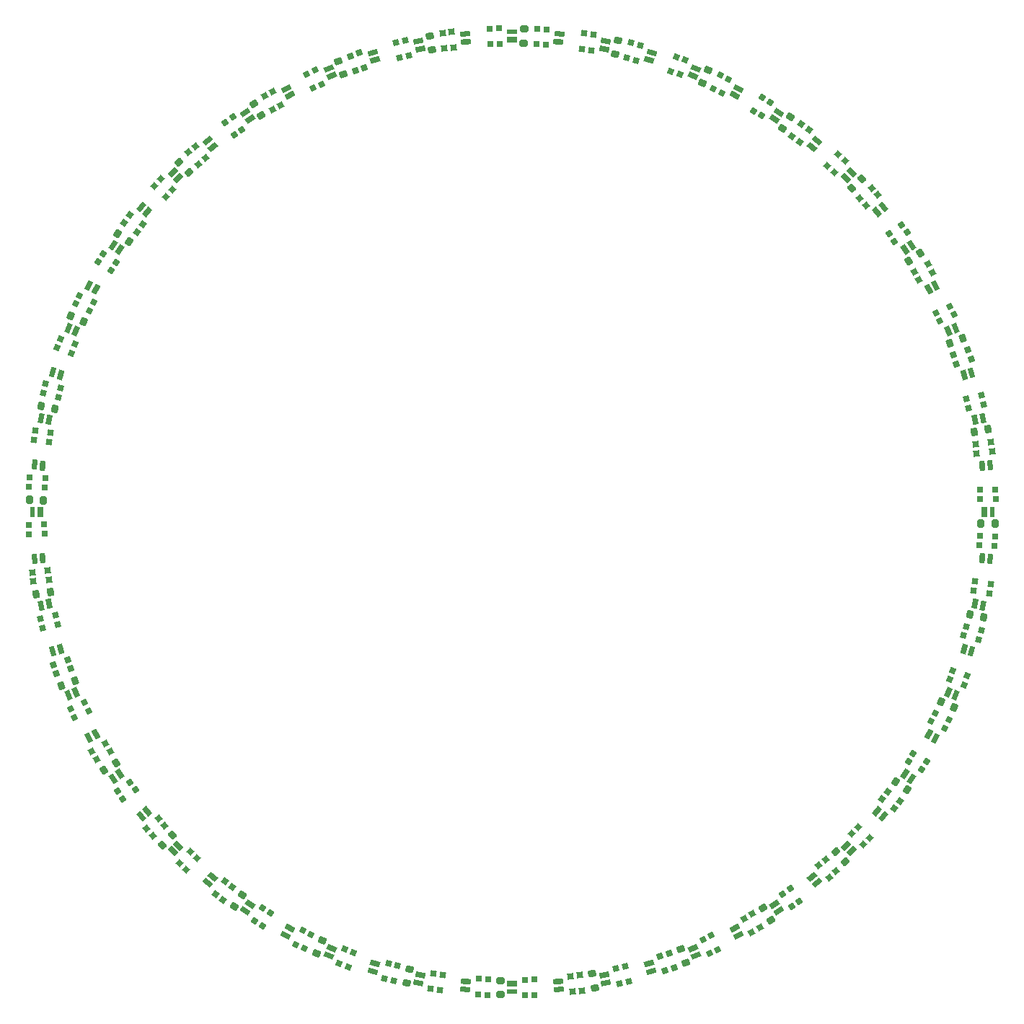
<source format=gbr>
%TF.GenerationSoftware,KiCad,Pcbnew,7.0.11*%
%TF.CreationDate,2025-01-20T01:48:30+09:00*%
%TF.ProjectId,Line,4c696e65-2e6b-4696-9361-645f70636258,rev?*%
%TF.SameCoordinates,Original*%
%TF.FileFunction,Paste,Bot*%
%TF.FilePolarity,Positive*%
%FSLAX46Y46*%
G04 Gerber Fmt 4.6, Leading zero omitted, Abs format (unit mm)*
G04 Created by KiCad (PCBNEW 7.0.11) date 2025-01-20 01:48:30*
%MOMM*%
%LPD*%
G01*
G04 APERTURE LIST*
G04 Aperture macros list*
%AMRoundRect*
0 Rectangle with rounded corners*
0 $1 Rounding radius*
0 $2 $3 $4 $5 $6 $7 $8 $9 X,Y pos of 4 corners*
0 Add a 4 corners polygon primitive as box body*
4,1,4,$2,$3,$4,$5,$6,$7,$8,$9,$2,$3,0*
0 Add four circle primitives for the rounded corners*
1,1,$1+$1,$2,$3*
1,1,$1+$1,$4,$5*
1,1,$1+$1,$6,$7*
1,1,$1+$1,$8,$9*
0 Add four rect primitives between the rounded corners*
20,1,$1+$1,$2,$3,$4,$5,0*
20,1,$1+$1,$4,$5,$6,$7,0*
20,1,$1+$1,$6,$7,$8,$9,0*
20,1,$1+$1,$8,$9,$2,$3,0*%
%AMRotRect*
0 Rectangle, with rotation*
0 The origin of the aperture is its center*
0 $1 length*
0 $2 width*
0 $3 Rotation angle, in degrees counterclockwise*
0 Add horizontal line*
21,1,$1,$2,0,0,$3*%
G04 Aperture macros list end*
%ADD10RotRect,0.700000X0.700000X7.734375*%
%ADD11RotRect,0.600000X1.150000X78.750000*%
%ADD12RotRect,0.650000X1.150000X78.750000*%
%ADD13RotRect,0.700000X0.700000X13.359375*%
%ADD14RotRect,0.700000X0.700000X58.359375*%
%ADD15RotRect,0.700000X0.700000X187.734375*%
%ADD16RotRect,0.600000X1.150000X281.250000*%
%ADD17RotRect,0.650000X1.150000X281.250000*%
%ADD18R,0.600000X1.150000*%
%ADD19R,0.650000X1.150000*%
%ADD20R,1.150000X0.600000*%
%ADD21R,1.150000X0.650000*%
%ADD22RotRect,0.600000X1.150000X168.750000*%
%ADD23RotRect,0.650000X1.150000X168.750000*%
%ADD24RotRect,0.600000X1.150000X28.125000*%
%ADD25RotRect,0.650000X1.150000X28.125000*%
%ADD26RoundRect,0.200000X0.339334X-0.021845X0.125334X0.316096X-0.339334X0.021845X-0.125334X-0.316096X0*%
%ADD27RotRect,0.700000X0.700000X198.984375*%
%ADD28RotRect,0.700000X0.700000X272.109375*%
%ADD29RotRect,0.600000X1.150000X106.875000*%
%ADD30RotRect,0.650000X1.150000X106.875000*%
%ADD31RoundRect,0.200000X-0.224499X0.255392X-0.312138X-0.134889X0.224499X-0.255392X0.312138X0.134889X0*%
%ADD32RotRect,0.600000X1.150000X219.375000*%
%ADD33RotRect,0.650000X1.150000X219.375000*%
%ADD34RotRect,0.600000X1.150000X208.125000*%
%ADD35RotRect,0.650000X1.150000X208.125000*%
%ADD36RotRect,0.700000X0.700000X47.109375*%
%ADD37RotRect,0.600000X1.150000X298.125000*%
%ADD38RotRect,0.650000X1.150000X298.125000*%
%ADD39RotRect,0.700000X0.700000X24.609375*%
%ADD40RotRect,0.700000X0.700000X18.984375*%
%ADD41RotRect,0.600000X1.150000X337.500000*%
%ADD42RotRect,0.650000X1.150000X337.500000*%
%ADD43RotRect,0.600000X1.150000X326.250000*%
%ADD44RotRect,0.650000X1.150000X326.250000*%
%ADD45RotRect,0.700000X0.700000X75.234375*%
%ADD46RotRect,0.700000X0.700000X52.734375*%
%ADD47RotRect,0.700000X0.700000X294.609375*%
%ADD48RotRect,0.700000X0.700000X120.234375*%
%ADD49RotRect,0.700000X0.700000X170.859375*%
%ADD50RoundRect,0.200000X-0.328551X0.087632X-0.184598X-0.285567X0.328551X-0.087632X0.184598X0.285567X0*%
%ADD51RotRect,0.700000X0.700000X345.234375*%
%ADD52RotRect,0.600000X1.150000X101.250000*%
%ADD53RotRect,0.650000X1.150000X101.250000*%
%ADD54RotRect,0.600000X1.150000X331.875000*%
%ADD55RotRect,0.650000X1.150000X331.875000*%
%ADD56RotRect,0.700000X0.700000X92.109375*%
%ADD57RotRect,0.700000X0.700000X221.484375*%
%ADD58RotRect,0.700000X0.700000X333.984375*%
%ADD59RoundRect,0.200000X-0.270010X0.206687X-0.279825X-0.193192X0.270010X-0.206687X0.279825X0.193192X0*%
%ADD60RotRect,0.600000X1.150000X354.375000*%
%ADD61RotRect,0.650000X1.150000X354.375000*%
%ADD62RotRect,0.600000X1.150000X196.875000*%
%ADD63RotRect,0.650000X1.150000X196.875000*%
%ADD64RotRect,0.600000X1.150000X286.875000*%
%ADD65RotRect,0.650000X1.150000X286.875000*%
%ADD66RotRect,0.700000X0.700000X300.234375*%
%ADD67RotRect,0.700000X0.700000X30.234375*%
%ADD68RoundRect,0.200000X-0.337077X-0.044770X-0.061264X-0.334472X0.337077X0.044770X0.061264X0.334472X0*%
%ADD69RotRect,0.700000X0.700000X125.859375*%
%ADD70RotRect,0.600000X1.150000X118.125000*%
%ADD71RotRect,0.650000X1.150000X118.125000*%
%ADD72RotRect,0.700000X0.700000X2.109375*%
%ADD73RotRect,0.600000X1.150000X61.875000*%
%ADD74RotRect,0.650000X1.150000X61.875000*%
%ADD75RotRect,0.600000X1.150000X275.625000*%
%ADD76RotRect,0.650000X1.150000X275.625000*%
%ADD77RotRect,0.600000X1.150000X135.000000*%
%ADD78RotRect,0.650000X1.150000X135.000000*%
%ADD79RoundRect,0.200000X0.170356X-0.294286X0.332457X0.071396X-0.170356X0.294286X-0.332457X-0.071396X0*%
%ADD80RotRect,0.700000X0.700000X41.484375*%
%ADD81RotRect,0.700000X0.700000X283.359375*%
%ADD82RotRect,0.700000X0.700000X153.984375*%
%ADD83RoundRect,0.200000X-0.150045X-0.305142X0.244067X-0.236762X0.150045X0.305142X-0.244067X0.236762X0*%
%ADD84RotRect,0.600000X1.150000X225.000000*%
%ADD85RotRect,0.650000X1.150000X225.000000*%
%ADD86RoundRect,0.200000X-0.109676X0.321864X-0.339997X-0.005171X0.109676X-0.321864X0.339997X0.005171X0*%
%ADD87RotRect,0.600000X1.150000X123.750000*%
%ADD88RotRect,0.650000X1.150000X123.750000*%
%ADD89RotRect,0.600000X1.150000X264.375000*%
%ADD90RotRect,0.650000X1.150000X264.375000*%
%ADD91RotRect,0.700000X0.700000X277.734375*%
%ADD92RotRect,0.600000X1.150000X241.875000*%
%ADD93RotRect,0.650000X1.150000X241.875000*%
%ADD94RotRect,0.700000X0.700000X35.859375*%
%ADD95RotRect,0.600000X1.150000X174.375000*%
%ADD96RotRect,0.650000X1.150000X174.375000*%
%ADD97RotRect,0.600000X1.150000X309.375000*%
%ADD98RotRect,0.650000X1.150000X309.375000*%
%ADD99RotRect,0.600000X1.150000X45.000000*%
%ADD100RotRect,0.650000X1.150000X45.000000*%
%ADD101RotRect,0.700000X0.700000X288.984375*%
%ADD102RotRect,0.700000X0.700000X322.734375*%
%ADD103RotRect,0.700000X0.700000X97.734375*%
%ADD104RotRect,0.700000X0.700000X86.484375*%
%ADD105RoundRect,0.200000X0.021845X0.339334X-0.316096X0.125334X-0.021845X-0.339334X0.316096X-0.125334X0*%
%ADD106RoundRect,0.200000X0.337076X0.044776X0.061258X0.334473X-0.337076X-0.044776X-0.061258X-0.334473X0*%
%ADD107RotRect,0.700000X0.700000X350.859375*%
%ADD108RotRect,0.600000X1.150000X191.250000*%
%ADD109RotRect,0.650000X1.150000X191.250000*%
%ADD110RotRect,0.700000X0.700000X255.234375*%
%ADD111RotRect,0.600000X1.150000X67.500000*%
%ADD112RotRect,0.650000X1.150000X67.500000*%
%ADD113RoundRect,0.200000X0.044770X-0.337077X0.334472X-0.061264X-0.044770X0.337077X-0.334472X0.061264X0*%
%ADD114RotRect,0.600000X1.150000X185.625000*%
%ADD115RotRect,0.650000X1.150000X185.625000*%
%ADD116RotRect,0.600000X1.150000X247.500000*%
%ADD117RotRect,0.650000X1.150000X247.500000*%
%ADD118RotRect,0.600000X1.150000X95.625000*%
%ADD119RotRect,0.650000X1.150000X95.625000*%
%ADD120RoundRect,0.200000X0.206687X0.270010X-0.193192X0.279825X-0.206687X-0.270010X0.193192X-0.279825X0*%
%ADD121RotRect,0.600000X1.150000X140.625000*%
%ADD122RotRect,0.650000X1.150000X140.625000*%
%ADD123RotRect,0.700000X0.700000X317.109375*%
%ADD124RotRect,0.600000X1.150000X236.250000*%
%ADD125RotRect,0.650000X1.150000X236.250000*%
%ADD126RotRect,0.600000X1.150000X157.500000*%
%ADD127RotRect,0.650000X1.150000X157.500000*%
%ADD128RotRect,0.700000X0.700000X142.734375*%
%ADD129RotRect,0.700000X0.700000X165.234375*%
%ADD130RoundRect,0.200000X-0.021851X-0.339334X0.316093X-0.125339X0.021851X0.339334X-0.316093X0.125339X0*%
%ADD131RotRect,0.700000X0.700000X215.859375*%
%ADD132RotRect,0.700000X0.700000X80.859375*%
%ADD133RotRect,0.700000X0.700000X69.609375*%
%ADD134RoundRect,0.200000X-0.087632X-0.328551X0.285567X-0.184598X0.087632X0.328551X-0.285567X0.184598X0*%
%ADD135RotRect,0.600000X1.150000X253.125000*%
%ADD136RotRect,0.650000X1.150000X253.125000*%
%ADD137RotRect,0.600000X1.150000X129.375000*%
%ADD138RotRect,0.650000X1.150000X129.375000*%
%ADD139RotRect,0.700000X0.700000X249.609375*%
%ADD140RoundRect,0.200000X0.321864X0.109676X-0.005171X0.339997X-0.321864X-0.109676X0.005171X-0.339997X0*%
%ADD141RoundRect,0.200000X0.270009X-0.206689X0.279825X0.193191X-0.270009X0.206689X-0.279825X-0.193191X0*%
%ADD142RotRect,0.700000X0.700000X159.609375*%
%ADD143RotRect,0.600000X1.150000X16.875000*%
%ADD144RotRect,0.650000X1.150000X16.875000*%
%ADD145RoundRect,0.200000X0.109670X-0.321866X0.339998X0.005165X-0.109670X0.321866X-0.339998X-0.005165X0*%
%ADD146RotRect,0.700000X0.700000X356.484375*%
%ADD147RotRect,0.700000X0.700000X339.609375*%
%ADD148RotRect,0.600000X1.150000X320.625000*%
%ADD149RotRect,0.650000X1.150000X320.625000*%
%ADD150RotRect,0.600000X1.150000X163.125000*%
%ADD151RotRect,0.650000X1.150000X163.125000*%
%ADD152RoundRect,0.200000X0.328552X-0.087626X0.184593X0.285571X-0.328552X0.087626X-0.184593X-0.285571X0*%
%ADD153RoundRect,0.200000X-0.044776X0.337076X-0.334473X0.061258X0.044776X-0.337076X0.334473X-0.061258X0*%
%ADD154RotRect,0.600000X1.150000X258.750000*%
%ADD155RotRect,0.650000X1.150000X258.750000*%
%ADD156RotRect,0.700000X0.700000X210.234375*%
%ADD157RoundRect,0.200000X0.224494X-0.255396X0.312140X0.134883X-0.224494X0.255396X-0.312140X-0.134883X0*%
%ADD158RotRect,0.700000X0.700000X108.984375*%
%ADD159RoundRect,0.200000X0.255392X0.224499X-0.134889X0.312138X-0.255392X-0.224499X0.134889X-0.312138X0*%
%ADD160RotRect,0.600000X1.150000X5.625000*%
%ADD161RotRect,0.650000X1.150000X5.625000*%
%ADD162RoundRect,0.200000X0.305144X-0.150040X0.236758X0.244071X-0.305144X0.150040X-0.236758X-0.244071X0*%
%ADD163RoundRect,0.200000X-0.255396X-0.224494X0.134883X-0.312140X0.255396X0.224494X-0.134883X0.312140X0*%
%ADD164RotRect,0.700000X0.700000X131.484375*%
%ADD165RotRect,0.600000X1.150000X33.750000*%
%ADD166RotRect,0.650000X1.150000X33.750000*%
%ADD167RotRect,0.700000X0.700000X243.984375*%
%ADD168RotRect,0.600000X1.150000X146.250000*%
%ADD169RotRect,0.650000X1.150000X146.250000*%
%ADD170RotRect,0.600000X1.150000X213.750000*%
%ADD171RotRect,0.650000X1.150000X213.750000*%
%ADD172RoundRect,0.200000X-0.294286X-0.170356X0.071396X-0.332457X0.294286X0.170356X-0.071396X0.332457X0*%
%ADD173RotRect,0.600000X1.150000X343.125000*%
%ADD174RotRect,0.650000X1.150000X343.125000*%
%ADD175RotRect,0.600000X1.150000X39.375000*%
%ADD176RotRect,0.650000X1.150000X39.375000*%
%ADD177RotRect,0.700000X0.700000X137.109375*%
%ADD178RotRect,0.700000X0.700000X176.484375*%
%ADD179RoundRect,0.200000X0.294283X0.170361X-0.071402X0.332456X-0.294283X-0.170361X0.071402X-0.332456X0*%
%ADD180RotRect,0.600000X1.150000X230.625000*%
%ADD181RotRect,0.650000X1.150000X230.625000*%
%ADD182RotRect,0.700000X0.700000X182.109375*%
%ADD183RotRect,0.700000X0.700000X232.734375*%
%ADD184RotRect,0.600000X1.150000X22.500000*%
%ADD185RotRect,0.650000X1.150000X22.500000*%
%ADD186RotRect,0.700000X0.700000X227.109375*%
%ADD187RotRect,0.700000X0.700000X238.359375*%
%ADD188RotRect,0.600000X1.150000X84.375000*%
%ADD189RotRect,0.650000X1.150000X84.375000*%
%ADD190RoundRect,0.200000X0.150040X0.305144X-0.244071X0.236758X-0.150040X-0.305144X0.244071X-0.236758X0*%
%ADD191RoundRect,0.200000X-0.170361X0.294283X-0.332456X-0.071402X0.170361X-0.294283X0.332456X0.071402X0*%
%ADD192RotRect,0.700000X0.700000X114.609375*%
%ADD193RotRect,0.700000X0.700000X305.859375*%
%ADD194RotRect,0.600000X1.150000X315.000000*%
%ADD195RotRect,0.650000X1.150000X315.000000*%
%ADD196RoundRect,0.200000X-0.305142X0.150045X-0.236762X-0.244067X0.305142X-0.150045X0.236762X0.244067X0*%
%ADD197RotRect,0.600000X1.150000X56.250000*%
%ADD198RotRect,0.650000X1.150000X56.250000*%
%ADD199RotRect,0.600000X1.150000X112.500000*%
%ADD200RotRect,0.650000X1.150000X112.500000*%
%ADD201RoundRect,0.200000X-0.206692X-0.270006X0.193187X-0.279828X0.206692X0.270006X-0.193187X0.279828X0*%
%ADD202RotRect,0.600000X1.150000X292.500000*%
%ADD203RotRect,0.650000X1.150000X292.500000*%
%ADD204RotRect,0.700000X0.700000X103.359375*%
%ADD205RotRect,0.700000X0.700000X63.984375*%
%ADD206RotRect,0.600000X1.150000X73.125000*%
%ADD207RotRect,0.650000X1.150000X73.125000*%
%ADD208RotRect,0.700000X0.700000X260.859375*%
%ADD209RotRect,0.700000X0.700000X204.609375*%
%ADD210RotRect,0.700000X0.700000X148.359375*%
%ADD211RoundRect,0.200000X-0.321866X-0.109670X0.005165X-0.339998X0.321866X0.109670X-0.005165X0.339998X0*%
%ADD212RotRect,0.700000X0.700000X328.359375*%
%ADD213RotRect,0.600000X1.150000X348.750000*%
%ADD214RotRect,0.650000X1.150000X348.750000*%
%ADD215RotRect,0.700000X0.700000X193.359375*%
%ADD216RoundRect,0.200000X0.087626X0.328552X-0.285571X0.184593X-0.087626X-0.328552X0.285571X-0.184593X0*%
%ADD217RotRect,0.600000X1.150000X11.250000*%
%ADD218RotRect,0.650000X1.150000X11.250000*%
%ADD219RotRect,0.700000X0.700000X266.484375*%
%ADD220RotRect,0.600000X1.150000X50.625000*%
%ADD221RotRect,0.650000X1.150000X50.625000*%
%ADD222RotRect,0.600000X1.150000X151.875000*%
%ADD223RotRect,0.650000X1.150000X151.875000*%
%ADD224RotRect,0.600000X1.150000X202.500000*%
%ADD225RotRect,0.650000X1.150000X202.500000*%
%ADD226RotRect,0.600000X1.150000X303.750000*%
%ADD227RotRect,0.650000X1.150000X303.750000*%
%ADD228RotRect,0.700000X0.700000X311.484375*%
%ADD229RoundRect,0.200000X-0.339334X0.021851X-0.125339X-0.316093X0.339334X-0.021851X0.125339X0.316093X0*%
G04 APERTURE END LIST*
D10*
%TO.C,D54*%
X96193634Y-109786701D03*
X96045596Y-108696708D03*
X97858948Y-108450425D03*
X98006986Y-109540418D03*
%TD*%
D11*
%TO.C,Q6*%
X163394280Y-46328202D03*
D12*
X163213821Y-47235428D03*
%TD*%
D13*
%TO.C,D46*%
X97266712Y-115256288D03*
X97012548Y-114186054D03*
X98793028Y-113763218D03*
X99047192Y-114833452D03*
%TD*%
D14*
%TO.C,D45*%
X123070797Y-150240286D03*
X122134306Y-149663238D03*
X123094305Y-148105258D03*
X124030796Y-148682306D03*
%TD*%
D15*
%TO.C,D50*%
X208602718Y-93413299D03*
X208750756Y-94503292D03*
X206937404Y-94749575D03*
X206789366Y-93659582D03*
%TD*%
D16*
%TO.C,Q62*%
X163390703Y-156872508D03*
D17*
X163210244Y-155965282D03*
%TD*%
D18*
%TO.C,Q34*%
X208753175Y-101601823D03*
D19*
X207828175Y-101601823D03*
%TD*%
D20*
%TO.C,Q2*%
X152400000Y-45245000D03*
D21*
X152400000Y-46170000D03*
%TD*%
D22*
%TO.C,Q37*%
X97126379Y-90603898D03*
D23*
X98033605Y-90784357D03*
%TD*%
D24*
%TO.C,Q24*%
X202099708Y-75036045D03*
D25*
X201283931Y-75472087D03*
%TD*%
D26*
%TO.C,R33*%
X122945431Y-55085614D03*
X122062679Y-53691610D03*
%TD*%
D27*
%TO.C,D34*%
X205925617Y-82605641D03*
X206283458Y-83645809D03*
X204552997Y-84241127D03*
X204195156Y-83200959D03*
%TD*%
D28*
%TO.C,D64*%
X149759905Y-44863662D03*
X150859160Y-44823174D03*
X150926517Y-46651934D03*
X149827262Y-46692422D03*
%TD*%
D29*
%TO.C,Q59*%
X136040926Y-47671101D03*
D30*
X136309439Y-48556271D03*
%TD*%
D31*
%TO.C,R3*%
X140333775Y-155316876D03*
X139972265Y-156926786D03*
%TD*%
D32*
%TO.C,Q19*%
X108834017Y-137349824D03*
D33*
X109549052Y-136763010D03*
%TD*%
D34*
%TO.C,Q23*%
X102696646Y-128163956D03*
D35*
X103512423Y-127727914D03*
%TD*%
D36*
%TO.C,D61*%
X114145066Y-143584189D03*
X113339146Y-142835528D03*
X114584646Y-141494771D03*
X115390566Y-142243432D03*
%TD*%
D37*
%TO.C,Q56*%
X178962131Y-151301531D03*
D38*
X178526089Y-150485754D03*
%TD*%
D39*
%TO.C,D30*%
X100990257Y-125749502D03*
X100532184Y-124749418D03*
X102195961Y-123987352D03*
X102654034Y-124987436D03*
%TD*%
D40*
%TO.C,D38*%
X98870735Y-120594359D03*
X98512894Y-119554191D03*
X100243355Y-118958873D03*
X100601196Y-119999041D03*
%TD*%
D41*
%TO.C,Q42*%
X204462709Y-123167809D03*
D42*
X203608120Y-122813827D03*
%TD*%
D43*
%TO.C,Q46*%
X199254633Y-132910676D03*
D44*
X198485524Y-132396774D03*
%TD*%
D45*
%TO.C,D21*%
X138453154Y-156659141D03*
X137389480Y-156378788D03*
X137855884Y-154609221D03*
X138919558Y-154889574D03*
%TD*%
D46*
%TO.C,D53*%
X118444436Y-147131484D03*
X117569015Y-146465422D03*
X118677100Y-145009040D03*
X119552521Y-145675102D03*
%TD*%
D47*
%TO.C,D32*%
X128248674Y-50192081D03*
X129248758Y-49734008D03*
X130010824Y-51397785D03*
X129010740Y-51855858D03*
%TD*%
D48*
%TO.C,D20*%
X181470249Y-150393311D03*
X180519879Y-150947203D03*
X179598403Y-149366133D03*
X180548773Y-148812241D03*
%TD*%
D49*
%TO.C,D11*%
X208559043Y-110081133D03*
X208384299Y-111167165D03*
X206577537Y-110876455D03*
X206752281Y-109790423D03*
%TD*%
D50*
%TO.C,R36*%
X172210505Y-152966568D03*
X172804311Y-154506014D03*
%TD*%
D51*
%TO.C,D23*%
X97339035Y-87654978D03*
X97619388Y-86591304D03*
X99388955Y-87057708D03*
X99108602Y-88121382D03*
%TD*%
D52*
%TO.C,Q61*%
X141405647Y-46327493D03*
D53*
X141586106Y-47234719D03*
%TD*%
D54*
%TO.C,Q44*%
X202097989Y-128167171D03*
D55*
X201282212Y-127731129D03*
%TD*%
D56*
%TO.C,D60*%
X155036447Y-158336338D03*
X153937192Y-158376826D03*
X153869835Y-156548066D03*
X154969090Y-156507578D03*
%TD*%
D57*
%TO.C,D2*%
X194582257Y-63567437D03*
X195310914Y-64391487D03*
X193939995Y-65603707D03*
X193211338Y-64779657D03*
%TD*%
D58*
%TO.C,D39*%
X101117520Y-77181422D03*
X101599998Y-76192880D03*
X103244572Y-76995548D03*
X102762094Y-77984090D03*
%TD*%
D59*
%TO.C,R1*%
X151045232Y-156638369D03*
X151004746Y-158287873D03*
%TD*%
D60*
%TO.C,Q36*%
X208481632Y-107125570D03*
D61*
X207561086Y-107034904D03*
%TD*%
D62*
%TO.C,Q27*%
X98469276Y-117957249D03*
D63*
X99354446Y-117688736D03*
%TD*%
D64*
%TO.C,Q60*%
X168755424Y-155528900D03*
D65*
X168486911Y-154643730D03*
%TD*%
D66*
%TO.C,D24*%
X123326103Y-52806689D03*
X124276473Y-52252797D03*
X125197949Y-53833867D03*
X124247579Y-54387759D03*
%TD*%
D67*
%TO.C,D22*%
X103604865Y-130672073D03*
X103050973Y-129721703D03*
X104632043Y-128800227D03*
X105185935Y-129750597D03*
%TD*%
D68*
%TO.C,R29*%
X190359516Y-141474671D03*
X191497242Y-142669693D03*
%TD*%
D69*
%TO.C,D12*%
X186112839Y-147308797D03*
X185221337Y-147953174D03*
X184149327Y-146470037D03*
X185040829Y-145825660D03*
%TD*%
D70*
%TO.C,Q55*%
X125834220Y-51898471D03*
D71*
X126270262Y-52714248D03*
%TD*%
D72*
%TO.C,D62*%
X95661838Y-104238271D03*
X95621350Y-103139016D03*
X97450110Y-103071659D03*
X97490598Y-104170914D03*
%TD*%
D73*
%TO.C,Q12*%
X178965348Y-51900187D03*
D74*
X178529306Y-52715964D03*
%TD*%
D75*
%TO.C,Q64*%
X157920118Y-157683812D03*
D76*
X157829452Y-156763266D03*
%TD*%
D77*
%TO.C,Q49*%
X112550463Y-61749711D03*
D78*
X113204537Y-62403785D03*
%TD*%
D79*
%TO.C,R6*%
X174710393Y-51268918D03*
X175379061Y-49760480D03*
%TD*%
D80*
%TO.C,D6*%
X110214095Y-139632563D03*
X109485438Y-138808513D03*
X110856357Y-137596293D03*
X111585014Y-138420343D03*
%TD*%
D81*
%TO.C,D48*%
X138741888Y-46468536D03*
X139812122Y-46214372D03*
X140234958Y-47994852D03*
X139164724Y-48249016D03*
%TD*%
D82*
%TO.C,D35*%
X203678832Y-126018578D03*
X203196354Y-127007120D03*
X201551780Y-126204452D03*
X202034258Y-125215910D03*
%TD*%
D83*
%TO.C,R16*%
X206642945Y-92189480D03*
X208268657Y-91907414D03*
%TD*%
D84*
%TO.C,Q17*%
X112547886Y-141447713D03*
D85*
X113201960Y-140793639D03*
%TD*%
D86*
%TO.C,R7*%
X120695565Y-146611075D03*
X119745487Y-147960095D03*
%TD*%
D87*
%TO.C,Q53*%
X121090531Y-54741520D03*
D88*
X121604433Y-55510629D03*
%TD*%
D89*
%TO.C,Q3*%
X146872606Y-157683455D03*
D90*
X146963272Y-156762909D03*
%TD*%
D91*
%TO.C,D56*%
X144211475Y-45395458D03*
X145301468Y-45247420D03*
X145547751Y-47060772D03*
X144457758Y-47208810D03*
%TD*%
D92*
%TO.C,Q11*%
X125831006Y-151299812D03*
D93*
X126267048Y-150484035D03*
%TD*%
D94*
%TO.C,D14*%
X106689379Y-135314663D03*
X106045002Y-134423161D03*
X107528139Y-133351151D03*
X108172516Y-134242653D03*
%TD*%
D95*
%TO.C,Q35*%
X96314721Y-96074431D03*
D96*
X97235267Y-96165097D03*
%TD*%
D97*
%TO.C,Q52*%
X188148000Y-145164160D03*
D98*
X187561186Y-144449125D03*
%TD*%
D20*
%TO.C,Q1*%
X152396353Y-157954998D03*
D21*
X152396353Y-157029998D03*
%TD*%
D99*
%TO.C,Q18*%
X192248468Y-61752287D03*
D100*
X191594394Y-62406361D03*
%TD*%
D101*
%TO.C,D40*%
X133403817Y-48072559D03*
X134443985Y-47714718D03*
X135039303Y-49445179D03*
X133999135Y-49803020D03*
%TD*%
D102*
%TO.C,D55*%
X106866692Y-67646260D03*
X107532754Y-66770839D03*
X108989136Y-67878924D03*
X108323074Y-68754345D03*
%TD*%
D103*
%TO.C,D52*%
X160584877Y-157804542D03*
X159494884Y-157952580D03*
X159248601Y-156139228D03*
X160338594Y-155991190D03*
%TD*%
D104*
%TO.C,D5*%
X149462609Y-158321733D03*
X148364680Y-158254281D03*
X148476897Y-156427725D03*
X149574826Y-156495177D03*
%TD*%
D105*
%TO.C,R11*%
X105883789Y-131052747D03*
X104489785Y-131935499D03*
%TD*%
D106*
%TO.C,R28*%
X114436851Y-61725320D03*
X113299103Y-60530318D03*
%TD*%
D107*
%TO.C,D15*%
X96237309Y-93118867D03*
X96412053Y-92032835D03*
X98218815Y-92323545D03*
X98044071Y-93409577D03*
%TD*%
D108*
%TO.C,Q31*%
X97125668Y-112592528D03*
D109*
X98032894Y-112412069D03*
%TD*%
D110*
%TO.C,D17*%
X166343198Y-46540859D03*
X167406872Y-46821212D03*
X166940468Y-48590779D03*
X165876794Y-48310426D03*
%TD*%
D111*
%TO.C,Q10*%
X173965986Y-49535467D03*
D112*
X173612004Y-50390056D03*
%TD*%
D113*
%TO.C,R10*%
X192272849Y-63638659D03*
X193467871Y-62500933D03*
%TD*%
D114*
%TO.C,Q29*%
X96314364Y-107121943D03*
D115*
X97234910Y-107031277D03*
%TD*%
D116*
%TO.C,Q9*%
X130830368Y-153664532D03*
D117*
X131184350Y-152809943D03*
%TD*%
D118*
%TO.C,Q63*%
X146876232Y-45516189D03*
D119*
X146966898Y-46436735D03*
%TD*%
D120*
%TO.C,R17*%
X97359808Y-100247055D03*
X95710304Y-100206569D03*
%TD*%
D121*
%TO.C,Q47*%
X108836329Y-65847360D03*
D122*
X109551364Y-66434174D03*
%TD*%
D123*
%TO.C,D63*%
X110413987Y-63346890D03*
X111162648Y-62540970D03*
X112503405Y-63786470D03*
X111754744Y-64592390D03*
%TD*%
D124*
%TO.C,Q13*%
X121087501Y-148456456D03*
D125*
X121601403Y-147687347D03*
%TD*%
D126*
%TO.C,Q41*%
X100333644Y-80032193D03*
D127*
X101188233Y-80386175D03*
%TD*%
D128*
%TO.C,D51*%
X197929660Y-135553740D03*
X197263598Y-136429161D03*
X195807216Y-135321076D03*
X196473278Y-134445655D03*
%TD*%
D129*
%TO.C,D19*%
X207457317Y-115545022D03*
X207176964Y-116608696D03*
X205407397Y-116142292D03*
X205687750Y-115078618D03*
%TD*%
D130*
%TO.C,R12*%
X198912558Y-72147238D03*
X200306578Y-71264510D03*
%TD*%
D131*
%TO.C,D10*%
X198106973Y-67885337D03*
X198751350Y-68776839D03*
X197268213Y-69848849D03*
X196623836Y-68957347D03*
%TD*%
D132*
%TO.C,D13*%
X143917043Y-157760867D03*
X142831011Y-157586123D03*
X143121721Y-155779361D03*
X144207753Y-155954105D03*
%TD*%
D133*
%TO.C,D29*%
X133123563Y-155027165D03*
X132092490Y-154643905D03*
X132730097Y-152928575D03*
X133761170Y-153311835D03*
%TD*%
D134*
%TO.C,R14*%
X203764746Y-81787670D03*
X205304192Y-81193864D03*
%TD*%
D135*
%TO.C,Q7*%
X136037439Y-155527842D03*
D136*
X136305952Y-154642672D03*
%TD*%
D137*
%TO.C,Q51*%
X116648352Y-58035842D03*
D138*
X117235166Y-58750877D03*
%TD*%
D139*
%TO.C,D25*%
X171672789Y-48172835D03*
X172703862Y-48556095D03*
X172066255Y-50271425D03*
X171035182Y-49888165D03*
%TD*%
D140*
%TO.C,R23*%
X107387103Y-69897389D03*
X106038083Y-68947311D03*
%TD*%
D141*
%TO.C,R2*%
X153751116Y-46561627D03*
X153791610Y-44912123D03*
%TD*%
D142*
%TO.C,D27*%
X205825341Y-120874613D03*
X205442081Y-121905686D03*
X203726751Y-121268079D03*
X204110011Y-120237006D03*
%TD*%
D143*
%TO.C,Q28*%
X206327077Y-85242752D03*
D144*
X205441907Y-85511265D03*
%TD*%
D145*
%TO.C,R8*%
X184100777Y-56588913D03*
X185050879Y-55239911D03*
%TD*%
D146*
%TO.C,D7*%
X95676443Y-98664433D03*
X95743895Y-97566504D03*
X97570451Y-97678721D03*
X97502999Y-98776650D03*
%TD*%
D147*
%TO.C,D31*%
X98971011Y-82325387D03*
X99354271Y-81294314D03*
X101069601Y-81931921D03*
X100686341Y-82962994D03*
%TD*%
D148*
%TO.C,Q48*%
X195960023Y-137352642D03*
D149*
X195244988Y-136765828D03*
%TD*%
D150*
%TO.C,Q39*%
X98470334Y-85239264D03*
D151*
X99355504Y-85507777D03*
%TD*%
D152*
%TO.C,R35*%
X132585864Y-50233429D03*
X131992030Y-48693993D03*
%TD*%
D153*
%TO.C,R9*%
X112523496Y-139561327D03*
X111328494Y-140699075D03*
%TD*%
D154*
%TO.C,Q5*%
X141402073Y-156871797D03*
D155*
X141582532Y-155964571D03*
%TD*%
D156*
%TO.C,D18*%
X201191487Y-72527927D03*
X201745379Y-73478297D03*
X200164309Y-74399773D03*
X199610417Y-73449403D03*
%TD*%
D157*
%TO.C,R4*%
X164462563Y-47883117D03*
X164824101Y-46273213D03*
%TD*%
D158*
%TO.C,D36*%
X171392535Y-155127441D03*
X170352367Y-155485282D03*
X169757049Y-153754821D03*
X170797217Y-153396980D03*
%TD*%
D159*
%TO.C,R19*%
X98681301Y-89535598D03*
X97071391Y-89174088D03*
%TD*%
D160*
%TO.C,Q32*%
X208481989Y-96078058D03*
D161*
X207561443Y-96168724D03*
%TD*%
D162*
%TO.C,R37*%
X142987672Y-47355232D03*
X142705578Y-45729526D03*
%TD*%
D163*
%TO.C,R20*%
X206115057Y-113664387D03*
X207724961Y-114025925D03*
%TD*%
D164*
%TO.C,D4*%
X190430739Y-143784081D03*
X189606689Y-144512738D03*
X188394469Y-143141819D03*
X189218519Y-142413162D03*
%TD*%
D165*
%TO.C,Q22*%
X199256659Y-70292356D03*
D166*
X198487550Y-70806258D03*
%TD*%
D167*
%TO.C,D33*%
X176816754Y-50319344D03*
X177805296Y-50801822D03*
X177002628Y-52446396D03*
X176014086Y-51963918D03*
%TD*%
D168*
%TO.C,Q45*%
X105541720Y-70289326D03*
D169*
X106310829Y-70803228D03*
%TD*%
D170*
%TO.C,Q21*%
X105539695Y-132907645D03*
D171*
X106308804Y-132393743D03*
%TD*%
D172*
%TO.C,R22*%
X202729257Y-123912216D03*
X204237695Y-124580884D03*
%TD*%
D173*
%TO.C,Q40*%
X206326019Y-117960737D03*
D174*
X205440849Y-117692224D03*
%TD*%
D175*
%TO.C,Q20*%
X195962337Y-65850176D03*
D176*
X195247302Y-66436990D03*
%TD*%
D177*
%TO.C,D59*%
X194382365Y-139853110D03*
X193633704Y-140659030D03*
X192292947Y-139413530D03*
X193041608Y-138607610D03*
%TD*%
D178*
%TO.C,D3*%
X209119909Y-104535567D03*
X209052457Y-105633496D03*
X207225901Y-105521279D03*
X207293353Y-104423350D03*
%TD*%
D179*
%TO.C,R21*%
X102067105Y-79287770D03*
X100558655Y-78619128D03*
%TD*%
D180*
%TO.C,Q15*%
X116645535Y-145161847D03*
D181*
X117232349Y-144446812D03*
%TD*%
D182*
%TO.C,D58*%
X209134514Y-98961729D03*
X209175002Y-100060984D03*
X207346242Y-100128341D03*
X207305754Y-99029086D03*
%TD*%
D183*
%TO.C,D49*%
X186351916Y-56068516D03*
X187227337Y-56734578D03*
X186119252Y-58190960D03*
X185243831Y-57524898D03*
%TD*%
D184*
%TO.C,Q26*%
X204464104Y-80035560D03*
D185*
X203609515Y-80389542D03*
%TD*%
D186*
%TO.C,D57*%
X190651286Y-59615811D03*
X191457206Y-60364472D03*
X190211706Y-61705229D03*
X189405786Y-60956568D03*
%TD*%
D187*
%TO.C,D41*%
X181725555Y-52959714D03*
X182662046Y-53536762D03*
X181702047Y-55094742D03*
X180765556Y-54517694D03*
%TD*%
D188*
%TO.C,Q4*%
X157923747Y-45516544D03*
D189*
X157833081Y-46437090D03*
%TD*%
D190*
%TO.C,R15*%
X98153407Y-111010505D03*
X96527701Y-111292599D03*
%TD*%
D191*
%TO.C,R5*%
X130085947Y-151931073D03*
X129417305Y-153439523D03*
%TD*%
D192*
%TO.C,D28*%
X176547678Y-153007919D03*
X175547594Y-153465992D03*
X174785528Y-151802215D03*
X175785612Y-151344142D03*
%TD*%
D193*
%TO.C,D16*%
X118683513Y-55891203D03*
X119575015Y-55246826D03*
X120647025Y-56729963D03*
X119755523Y-57374340D03*
%TD*%
D194*
%TO.C,Q50*%
X192245889Y-141450291D03*
D195*
X191591815Y-140796217D03*
%TD*%
D196*
%TO.C,R38*%
X161808696Y-155844767D03*
X162090762Y-157470479D03*
%TD*%
D197*
%TO.C,Q14*%
X183708853Y-54743543D03*
D198*
X183194951Y-55512652D03*
%TD*%
D199*
%TO.C,Q57*%
X130833734Y-49534074D03*
D200*
X131187716Y-50388663D03*
%TD*%
D201*
%TO.C,R18*%
X207436548Y-102952930D03*
X209086050Y-102993444D03*
%TD*%
D202*
%TO.C,Q58*%
X173962616Y-153665927D03*
D203*
X173608634Y-152811338D03*
%TD*%
D204*
%TO.C,D44*%
X166054464Y-156731464D03*
X164984230Y-156985628D03*
X164561394Y-155205148D03*
X165631628Y-154950984D03*
%TD*%
D205*
%TO.C,D37*%
X127979598Y-152880656D03*
X126991056Y-152398178D03*
X127793724Y-150753604D03*
X128782266Y-151236082D03*
%TD*%
D206*
%TO.C,Q8*%
X168758914Y-47672157D03*
D207*
X168490401Y-48557327D03*
%TD*%
D208*
%TO.C,D9*%
X160879309Y-45439133D03*
X161965341Y-45613877D03*
X161674631Y-47420639D03*
X160588599Y-47245895D03*
%TD*%
D209*
%TO.C,D26*%
X203806095Y-77450498D03*
X204264168Y-78450582D03*
X202600391Y-79212648D03*
X202142318Y-78212564D03*
%TD*%
D210*
%TO.C,D43*%
X201038462Y-130927379D03*
X200461414Y-131863870D03*
X198903434Y-130903871D03*
X199480482Y-129967380D03*
%TD*%
D211*
%TO.C,R24*%
X197409262Y-133302600D03*
X198758264Y-134252702D03*
%TD*%
D212*
%TO.C,D47*%
X103757890Y-72272621D03*
X104334938Y-71336130D03*
X105892918Y-72296129D03*
X105315870Y-73232620D03*
%TD*%
D213*
%TO.C,Q38*%
X207669974Y-112596103D03*
D214*
X206762748Y-112415644D03*
%TD*%
D215*
%TO.C,D42*%
X207529640Y-87943712D03*
X207783804Y-89013946D03*
X206003324Y-89436782D03*
X205749160Y-88366548D03*
%TD*%
D216*
%TO.C,R13*%
X101031604Y-121412313D03*
X99492168Y-122006147D03*
%TD*%
D217*
%TO.C,Q30*%
X207670685Y-90607473D03*
D218*
X206763459Y-90787932D03*
%TD*%
D219*
%TO.C,D1*%
X155333743Y-44878267D03*
X156431672Y-44945719D03*
X156319455Y-46772275D03*
X155221526Y-46704823D03*
%TD*%
D220*
%TO.C,Q16*%
X188150819Y-58038153D03*
D221*
X187564005Y-58753188D03*
%TD*%
D222*
%TO.C,Q43*%
X102698364Y-75032831D03*
D223*
X103514141Y-75468873D03*
%TD*%
D224*
%TO.C,Q25*%
X100332249Y-123164441D03*
D225*
X101186838Y-122810459D03*
%TD*%
D226*
%TO.C,Q54*%
X183705820Y-148458482D03*
D227*
X183191918Y-147689373D03*
%TD*%
D18*
%TO.C,Q33*%
X96043178Y-101598178D03*
D19*
X96968178Y-101598178D03*
%TD*%
D228*
%TO.C,D8*%
X114365613Y-59415919D03*
X115189663Y-58687262D03*
X116401883Y-60058181D03*
X115577833Y-60786838D03*
%TD*%
D229*
%TO.C,R34*%
X181850937Y-148114380D03*
X182733665Y-149508400D03*
%TD*%
M02*

</source>
